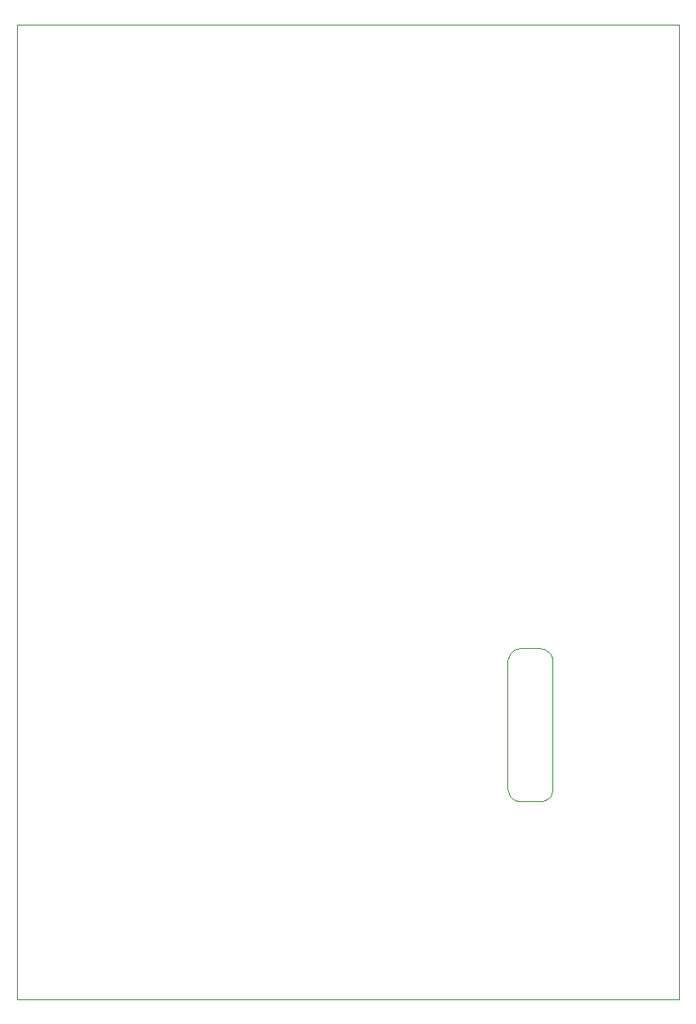
<source format=gbo>
G04*
G04 #@! TF.GenerationSoftware,Altium Limited,CircuitStudio,1.5.2 (30)*
G04*
G04 Layer_Color=13948096*
%FSLAX25Y25*%
%MOIN*%
G70*
G01*
G75*
%ADD15C,0.00300*%
D15*
X205043Y77457D02*
X206019Y77553D01*
X206957Y77838D01*
X207821Y78299D01*
X208579Y78921D01*
X209201Y79679D01*
X209663Y80543D01*
X209947Y81481D01*
X210043Y82457D01*
Y132522D02*
X209947Y133497D01*
X209663Y134435D01*
X209201Y135299D01*
X208579Y136057D01*
X207821Y136679D01*
X206957Y137141D01*
X206019Y137425D01*
X205043Y137522D01*
X197478D02*
X196503Y137425D01*
X195565Y137141D01*
X194701Y136679D01*
X193943Y136057D01*
X193321Y135299D01*
X192859Y134435D01*
X192575Y133497D01*
X192478Y132522D01*
Y82457D02*
X192575Y81481D01*
X192859Y80543D01*
X193321Y79679D01*
X193943Y78921D01*
X194701Y78299D01*
X195565Y77838D01*
X196503Y77553D01*
X197478Y77457D01*
X205043D02*
X205043D01*
X0Y0D02*
X259842D01*
Y382008D01*
X0D02*
X259842D01*
X0Y0D02*
Y382008D01*
X205000Y77457D02*
X205043D01*
X210043Y82457D02*
Y132522D01*
X197478Y137522D02*
X205043D01*
X192478Y82457D02*
Y132522D01*
X197478Y77457D02*
X205043D01*
M02*

</source>
